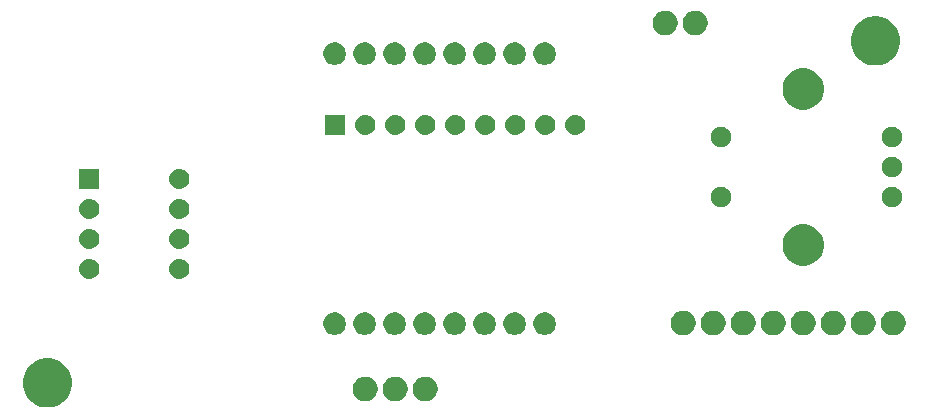
<source format=gbr>
G04 #@! TF.GenerationSoftware,KiCad,Pcbnew,5.0.2-bee76a0~70~ubuntu18.04.1*
G04 #@! TF.CreationDate,2019-09-20T23:32:28+01:00*
G04 #@! TF.ProjectId,Shock Sensor,53686f63-6b20-4536-956e-736f722e6b69,rev?*
G04 #@! TF.SameCoordinates,Original*
G04 #@! TF.FileFunction,Soldermask,Top*
G04 #@! TF.FilePolarity,Negative*
%FSLAX46Y46*%
G04 Gerber Fmt 4.6, Leading zero omitted, Abs format (unit mm)*
G04 Created by KiCad (PCBNEW 5.0.2-bee76a0~70~ubuntu18.04.1) date Fri 20 Sep 2019 23:32:28 BST*
%MOMM*%
%LPD*%
G01*
G04 APERTURE LIST*
%ADD10C,0.100000*%
G04 APERTURE END LIST*
D10*
G36*
X108303589Y-124997048D02*
X108682671Y-125154069D01*
X109019294Y-125378994D01*
X109023838Y-125382030D01*
X109313970Y-125672162D01*
X109313972Y-125672165D01*
X109541931Y-126013329D01*
X109698952Y-126392411D01*
X109779000Y-126794842D01*
X109779000Y-127205158D01*
X109698952Y-127607589D01*
X109541931Y-127986671D01*
X109418195Y-128171854D01*
X109313970Y-128327838D01*
X109023838Y-128617970D01*
X109023835Y-128617972D01*
X108682671Y-128845931D01*
X108303589Y-129002952D01*
X108102373Y-129042976D01*
X107901159Y-129083000D01*
X107490841Y-129083000D01*
X107289627Y-129042976D01*
X107088411Y-129002952D01*
X106709329Y-128845931D01*
X106368165Y-128617972D01*
X106368162Y-128617970D01*
X106078030Y-128327838D01*
X105973805Y-128171854D01*
X105850069Y-127986671D01*
X105693048Y-127607589D01*
X105613000Y-127205158D01*
X105613000Y-126794842D01*
X105693048Y-126392411D01*
X105850069Y-126013329D01*
X106078028Y-125672165D01*
X106078030Y-125672162D01*
X106368162Y-125382030D01*
X106372706Y-125378994D01*
X106709329Y-125154069D01*
X107088411Y-124997048D01*
X107490841Y-124917000D01*
X107901159Y-124917000D01*
X108303589Y-124997048D01*
X108303589Y-124997048D01*
G37*
G36*
X140003765Y-126506620D02*
X140193289Y-126585123D01*
X140363855Y-126699092D01*
X140508908Y-126844145D01*
X140622877Y-127014711D01*
X140701380Y-127204235D01*
X140741400Y-127405430D01*
X140741400Y-127610570D01*
X140701380Y-127811765D01*
X140622877Y-128001289D01*
X140508908Y-128171855D01*
X140363855Y-128316908D01*
X140193289Y-128430877D01*
X140003765Y-128509380D01*
X139802570Y-128549400D01*
X139597430Y-128549400D01*
X139396235Y-128509380D01*
X139206711Y-128430877D01*
X139036145Y-128316908D01*
X138891092Y-128171855D01*
X138777123Y-128001289D01*
X138698620Y-127811765D01*
X138658600Y-127610570D01*
X138658600Y-127405430D01*
X138698620Y-127204235D01*
X138777123Y-127014711D01*
X138891092Y-126844145D01*
X139036145Y-126699092D01*
X139206711Y-126585123D01*
X139396235Y-126506620D01*
X139597430Y-126466600D01*
X139802570Y-126466600D01*
X140003765Y-126506620D01*
X140003765Y-126506620D01*
G37*
G36*
X137463765Y-126506620D02*
X137653289Y-126585123D01*
X137823855Y-126699092D01*
X137968908Y-126844145D01*
X138082877Y-127014711D01*
X138161380Y-127204235D01*
X138201400Y-127405430D01*
X138201400Y-127610570D01*
X138161380Y-127811765D01*
X138082877Y-128001289D01*
X137968908Y-128171855D01*
X137823855Y-128316908D01*
X137653289Y-128430877D01*
X137463765Y-128509380D01*
X137262570Y-128549400D01*
X137057430Y-128549400D01*
X136856235Y-128509380D01*
X136666711Y-128430877D01*
X136496145Y-128316908D01*
X136351092Y-128171855D01*
X136237123Y-128001289D01*
X136158620Y-127811765D01*
X136118600Y-127610570D01*
X136118600Y-127405430D01*
X136158620Y-127204235D01*
X136237123Y-127014711D01*
X136351092Y-126844145D01*
X136496145Y-126699092D01*
X136666711Y-126585123D01*
X136856235Y-126506620D01*
X137057430Y-126466600D01*
X137262570Y-126466600D01*
X137463765Y-126506620D01*
X137463765Y-126506620D01*
G37*
G36*
X134923765Y-126506620D02*
X135113289Y-126585123D01*
X135283855Y-126699092D01*
X135428908Y-126844145D01*
X135542877Y-127014711D01*
X135621380Y-127204235D01*
X135661400Y-127405430D01*
X135661400Y-127610570D01*
X135621380Y-127811765D01*
X135542877Y-128001289D01*
X135428908Y-128171855D01*
X135283855Y-128316908D01*
X135113289Y-128430877D01*
X134923765Y-128509380D01*
X134722570Y-128549400D01*
X134517430Y-128549400D01*
X134316235Y-128509380D01*
X134126711Y-128430877D01*
X133956145Y-128316908D01*
X133811092Y-128171855D01*
X133697123Y-128001289D01*
X133618620Y-127811765D01*
X133578600Y-127610570D01*
X133578600Y-127405430D01*
X133618620Y-127204235D01*
X133697123Y-127014711D01*
X133811092Y-126844145D01*
X133956145Y-126699092D01*
X134126711Y-126585123D01*
X134316235Y-126506620D01*
X134517430Y-126466600D01*
X134722570Y-126466600D01*
X134923765Y-126506620D01*
X134923765Y-126506620D01*
G37*
G36*
X172007765Y-120918620D02*
X172197289Y-120997123D01*
X172367855Y-121111092D01*
X172512908Y-121256145D01*
X172626877Y-121426711D01*
X172705380Y-121616235D01*
X172745400Y-121817430D01*
X172745400Y-122022570D01*
X172705380Y-122223765D01*
X172626877Y-122413289D01*
X172512908Y-122583855D01*
X172367855Y-122728908D01*
X172197289Y-122842877D01*
X172007765Y-122921380D01*
X171806570Y-122961400D01*
X171601430Y-122961400D01*
X171400235Y-122921380D01*
X171210711Y-122842877D01*
X171040145Y-122728908D01*
X170895092Y-122583855D01*
X170781123Y-122413289D01*
X170702620Y-122223765D01*
X170662600Y-122022570D01*
X170662600Y-121817430D01*
X170702620Y-121616235D01*
X170781123Y-121426711D01*
X170895092Y-121256145D01*
X171040145Y-121111092D01*
X171210711Y-120997123D01*
X171400235Y-120918620D01*
X171601430Y-120878600D01*
X171806570Y-120878600D01*
X172007765Y-120918620D01*
X172007765Y-120918620D01*
G37*
G36*
X179627765Y-120918620D02*
X179817289Y-120997123D01*
X179987855Y-121111092D01*
X180132908Y-121256145D01*
X180246877Y-121426711D01*
X180325380Y-121616235D01*
X180365400Y-121817430D01*
X180365400Y-122022570D01*
X180325380Y-122223765D01*
X180246877Y-122413289D01*
X180132908Y-122583855D01*
X179987855Y-122728908D01*
X179817289Y-122842877D01*
X179627765Y-122921380D01*
X179426570Y-122961400D01*
X179221430Y-122961400D01*
X179020235Y-122921380D01*
X178830711Y-122842877D01*
X178660145Y-122728908D01*
X178515092Y-122583855D01*
X178401123Y-122413289D01*
X178322620Y-122223765D01*
X178282600Y-122022570D01*
X178282600Y-121817430D01*
X178322620Y-121616235D01*
X178401123Y-121426711D01*
X178515092Y-121256145D01*
X178660145Y-121111092D01*
X178830711Y-120997123D01*
X179020235Y-120918620D01*
X179221430Y-120878600D01*
X179426570Y-120878600D01*
X179627765Y-120918620D01*
X179627765Y-120918620D01*
G37*
G36*
X177087765Y-120918620D02*
X177277289Y-120997123D01*
X177447855Y-121111092D01*
X177592908Y-121256145D01*
X177706877Y-121426711D01*
X177785380Y-121616235D01*
X177825400Y-121817430D01*
X177825400Y-122022570D01*
X177785380Y-122223765D01*
X177706877Y-122413289D01*
X177592908Y-122583855D01*
X177447855Y-122728908D01*
X177277289Y-122842877D01*
X177087765Y-122921380D01*
X176886570Y-122961400D01*
X176681430Y-122961400D01*
X176480235Y-122921380D01*
X176290711Y-122842877D01*
X176120145Y-122728908D01*
X175975092Y-122583855D01*
X175861123Y-122413289D01*
X175782620Y-122223765D01*
X175742600Y-122022570D01*
X175742600Y-121817430D01*
X175782620Y-121616235D01*
X175861123Y-121426711D01*
X175975092Y-121256145D01*
X176120145Y-121111092D01*
X176290711Y-120997123D01*
X176480235Y-120918620D01*
X176681430Y-120878600D01*
X176886570Y-120878600D01*
X177087765Y-120918620D01*
X177087765Y-120918620D01*
G37*
G36*
X174547765Y-120918620D02*
X174737289Y-120997123D01*
X174907855Y-121111092D01*
X175052908Y-121256145D01*
X175166877Y-121426711D01*
X175245380Y-121616235D01*
X175285400Y-121817430D01*
X175285400Y-122022570D01*
X175245380Y-122223765D01*
X175166877Y-122413289D01*
X175052908Y-122583855D01*
X174907855Y-122728908D01*
X174737289Y-122842877D01*
X174547765Y-122921380D01*
X174346570Y-122961400D01*
X174141430Y-122961400D01*
X173940235Y-122921380D01*
X173750711Y-122842877D01*
X173580145Y-122728908D01*
X173435092Y-122583855D01*
X173321123Y-122413289D01*
X173242620Y-122223765D01*
X173202600Y-122022570D01*
X173202600Y-121817430D01*
X173242620Y-121616235D01*
X173321123Y-121426711D01*
X173435092Y-121256145D01*
X173580145Y-121111092D01*
X173750711Y-120997123D01*
X173940235Y-120918620D01*
X174141430Y-120878600D01*
X174346570Y-120878600D01*
X174547765Y-120918620D01*
X174547765Y-120918620D01*
G37*
G36*
X169467765Y-120918620D02*
X169657289Y-120997123D01*
X169827855Y-121111092D01*
X169972908Y-121256145D01*
X170086877Y-121426711D01*
X170165380Y-121616235D01*
X170205400Y-121817430D01*
X170205400Y-122022570D01*
X170165380Y-122223765D01*
X170086877Y-122413289D01*
X169972908Y-122583855D01*
X169827855Y-122728908D01*
X169657289Y-122842877D01*
X169467765Y-122921380D01*
X169266570Y-122961400D01*
X169061430Y-122961400D01*
X168860235Y-122921380D01*
X168670711Y-122842877D01*
X168500145Y-122728908D01*
X168355092Y-122583855D01*
X168241123Y-122413289D01*
X168162620Y-122223765D01*
X168122600Y-122022570D01*
X168122600Y-121817430D01*
X168162620Y-121616235D01*
X168241123Y-121426711D01*
X168355092Y-121256145D01*
X168500145Y-121111092D01*
X168670711Y-120997123D01*
X168860235Y-120918620D01*
X169061430Y-120878600D01*
X169266570Y-120878600D01*
X169467765Y-120918620D01*
X169467765Y-120918620D01*
G37*
G36*
X166927765Y-120918620D02*
X167117289Y-120997123D01*
X167287855Y-121111092D01*
X167432908Y-121256145D01*
X167546877Y-121426711D01*
X167625380Y-121616235D01*
X167665400Y-121817430D01*
X167665400Y-122022570D01*
X167625380Y-122223765D01*
X167546877Y-122413289D01*
X167432908Y-122583855D01*
X167287855Y-122728908D01*
X167117289Y-122842877D01*
X166927765Y-122921380D01*
X166726570Y-122961400D01*
X166521430Y-122961400D01*
X166320235Y-122921380D01*
X166130711Y-122842877D01*
X165960145Y-122728908D01*
X165815092Y-122583855D01*
X165701123Y-122413289D01*
X165622620Y-122223765D01*
X165582600Y-122022570D01*
X165582600Y-121817430D01*
X165622620Y-121616235D01*
X165701123Y-121426711D01*
X165815092Y-121256145D01*
X165960145Y-121111092D01*
X166130711Y-120997123D01*
X166320235Y-120918620D01*
X166521430Y-120878600D01*
X166726570Y-120878600D01*
X166927765Y-120918620D01*
X166927765Y-120918620D01*
G37*
G36*
X164387765Y-120918620D02*
X164577289Y-120997123D01*
X164747855Y-121111092D01*
X164892908Y-121256145D01*
X165006877Y-121426711D01*
X165085380Y-121616235D01*
X165125400Y-121817430D01*
X165125400Y-122022570D01*
X165085380Y-122223765D01*
X165006877Y-122413289D01*
X164892908Y-122583855D01*
X164747855Y-122728908D01*
X164577289Y-122842877D01*
X164387765Y-122921380D01*
X164186570Y-122961400D01*
X163981430Y-122961400D01*
X163780235Y-122921380D01*
X163590711Y-122842877D01*
X163420145Y-122728908D01*
X163275092Y-122583855D01*
X163161123Y-122413289D01*
X163082620Y-122223765D01*
X163042600Y-122022570D01*
X163042600Y-121817430D01*
X163082620Y-121616235D01*
X163161123Y-121426711D01*
X163275092Y-121256145D01*
X163420145Y-121111092D01*
X163590711Y-120997123D01*
X163780235Y-120918620D01*
X163981430Y-120878600D01*
X164186570Y-120878600D01*
X164387765Y-120918620D01*
X164387765Y-120918620D01*
G37*
G36*
X161847765Y-120918620D02*
X162037289Y-120997123D01*
X162207855Y-121111092D01*
X162352908Y-121256145D01*
X162466877Y-121426711D01*
X162545380Y-121616235D01*
X162585400Y-121817430D01*
X162585400Y-122022570D01*
X162545380Y-122223765D01*
X162466877Y-122413289D01*
X162352908Y-122583855D01*
X162207855Y-122728908D01*
X162037289Y-122842877D01*
X161847765Y-122921380D01*
X161646570Y-122961400D01*
X161441430Y-122961400D01*
X161240235Y-122921380D01*
X161050711Y-122842877D01*
X160880145Y-122728908D01*
X160735092Y-122583855D01*
X160621123Y-122413289D01*
X160542620Y-122223765D01*
X160502600Y-122022570D01*
X160502600Y-121817430D01*
X160542620Y-121616235D01*
X160621123Y-121426711D01*
X160735092Y-121256145D01*
X160880145Y-121111092D01*
X161050711Y-120997123D01*
X161240235Y-120918620D01*
X161441430Y-120878600D01*
X161646570Y-120878600D01*
X161847765Y-120918620D01*
X161847765Y-120918620D01*
G37*
G36*
X134840397Y-121070571D02*
X135013467Y-121142259D01*
X135169231Y-121246337D01*
X135301689Y-121378795D01*
X135405767Y-121534559D01*
X135477455Y-121707629D01*
X135514001Y-121891358D01*
X135514001Y-122078692D01*
X135477455Y-122262421D01*
X135405767Y-122435491D01*
X135301689Y-122591255D01*
X135169231Y-122723713D01*
X135013467Y-122827791D01*
X134840397Y-122899479D01*
X134656668Y-122936025D01*
X134469334Y-122936025D01*
X134285605Y-122899479D01*
X134112535Y-122827791D01*
X133956771Y-122723713D01*
X133824313Y-122591255D01*
X133720235Y-122435491D01*
X133648547Y-122262421D01*
X133612001Y-122078692D01*
X133612001Y-121891358D01*
X133648547Y-121707629D01*
X133720235Y-121534559D01*
X133824313Y-121378795D01*
X133956771Y-121246337D01*
X134112535Y-121142259D01*
X134285605Y-121070571D01*
X134469334Y-121034025D01*
X134656668Y-121034025D01*
X134840397Y-121070571D01*
X134840397Y-121070571D01*
G37*
G36*
X132300397Y-121070571D02*
X132473467Y-121142259D01*
X132629231Y-121246337D01*
X132761689Y-121378795D01*
X132865767Y-121534559D01*
X132937455Y-121707629D01*
X132974001Y-121891358D01*
X132974001Y-122078692D01*
X132937455Y-122262421D01*
X132865767Y-122435491D01*
X132761689Y-122591255D01*
X132629231Y-122723713D01*
X132473467Y-122827791D01*
X132300397Y-122899479D01*
X132116668Y-122936025D01*
X131929334Y-122936025D01*
X131745605Y-122899479D01*
X131572535Y-122827791D01*
X131416771Y-122723713D01*
X131284313Y-122591255D01*
X131180235Y-122435491D01*
X131108547Y-122262421D01*
X131072001Y-122078692D01*
X131072001Y-121891358D01*
X131108547Y-121707629D01*
X131180235Y-121534559D01*
X131284313Y-121378795D01*
X131416771Y-121246337D01*
X131572535Y-121142259D01*
X131745605Y-121070571D01*
X131929334Y-121034025D01*
X132116668Y-121034025D01*
X132300397Y-121070571D01*
X132300397Y-121070571D01*
G37*
G36*
X150080397Y-121070571D02*
X150253467Y-121142259D01*
X150409231Y-121246337D01*
X150541689Y-121378795D01*
X150645767Y-121534559D01*
X150717455Y-121707629D01*
X150754001Y-121891358D01*
X150754001Y-122078692D01*
X150717455Y-122262421D01*
X150645767Y-122435491D01*
X150541689Y-122591255D01*
X150409231Y-122723713D01*
X150253467Y-122827791D01*
X150080397Y-122899479D01*
X149896668Y-122936025D01*
X149709334Y-122936025D01*
X149525605Y-122899479D01*
X149352535Y-122827791D01*
X149196771Y-122723713D01*
X149064313Y-122591255D01*
X148960235Y-122435491D01*
X148888547Y-122262421D01*
X148852001Y-122078692D01*
X148852001Y-121891358D01*
X148888547Y-121707629D01*
X148960235Y-121534559D01*
X149064313Y-121378795D01*
X149196771Y-121246337D01*
X149352535Y-121142259D01*
X149525605Y-121070571D01*
X149709334Y-121034025D01*
X149896668Y-121034025D01*
X150080397Y-121070571D01*
X150080397Y-121070571D01*
G37*
G36*
X147540397Y-121070571D02*
X147713467Y-121142259D01*
X147869231Y-121246337D01*
X148001689Y-121378795D01*
X148105767Y-121534559D01*
X148177455Y-121707629D01*
X148214001Y-121891358D01*
X148214001Y-122078692D01*
X148177455Y-122262421D01*
X148105767Y-122435491D01*
X148001689Y-122591255D01*
X147869231Y-122723713D01*
X147713467Y-122827791D01*
X147540397Y-122899479D01*
X147356668Y-122936025D01*
X147169334Y-122936025D01*
X146985605Y-122899479D01*
X146812535Y-122827791D01*
X146656771Y-122723713D01*
X146524313Y-122591255D01*
X146420235Y-122435491D01*
X146348547Y-122262421D01*
X146312001Y-122078692D01*
X146312001Y-121891358D01*
X146348547Y-121707629D01*
X146420235Y-121534559D01*
X146524313Y-121378795D01*
X146656771Y-121246337D01*
X146812535Y-121142259D01*
X146985605Y-121070571D01*
X147169334Y-121034025D01*
X147356668Y-121034025D01*
X147540397Y-121070571D01*
X147540397Y-121070571D01*
G37*
G36*
X145000397Y-121070571D02*
X145173467Y-121142259D01*
X145329231Y-121246337D01*
X145461689Y-121378795D01*
X145565767Y-121534559D01*
X145637455Y-121707629D01*
X145674001Y-121891358D01*
X145674001Y-122078692D01*
X145637455Y-122262421D01*
X145565767Y-122435491D01*
X145461689Y-122591255D01*
X145329231Y-122723713D01*
X145173467Y-122827791D01*
X145000397Y-122899479D01*
X144816668Y-122936025D01*
X144629334Y-122936025D01*
X144445605Y-122899479D01*
X144272535Y-122827791D01*
X144116771Y-122723713D01*
X143984313Y-122591255D01*
X143880235Y-122435491D01*
X143808547Y-122262421D01*
X143772001Y-122078692D01*
X143772001Y-121891358D01*
X143808547Y-121707629D01*
X143880235Y-121534559D01*
X143984313Y-121378795D01*
X144116771Y-121246337D01*
X144272535Y-121142259D01*
X144445605Y-121070571D01*
X144629334Y-121034025D01*
X144816668Y-121034025D01*
X145000397Y-121070571D01*
X145000397Y-121070571D01*
G37*
G36*
X137380397Y-121070571D02*
X137553467Y-121142259D01*
X137709231Y-121246337D01*
X137841689Y-121378795D01*
X137945767Y-121534559D01*
X138017455Y-121707629D01*
X138054001Y-121891358D01*
X138054001Y-122078692D01*
X138017455Y-122262421D01*
X137945767Y-122435491D01*
X137841689Y-122591255D01*
X137709231Y-122723713D01*
X137553467Y-122827791D01*
X137380397Y-122899479D01*
X137196668Y-122936025D01*
X137009334Y-122936025D01*
X136825605Y-122899479D01*
X136652535Y-122827791D01*
X136496771Y-122723713D01*
X136364313Y-122591255D01*
X136260235Y-122435491D01*
X136188547Y-122262421D01*
X136152001Y-122078692D01*
X136152001Y-121891358D01*
X136188547Y-121707629D01*
X136260235Y-121534559D01*
X136364313Y-121378795D01*
X136496771Y-121246337D01*
X136652535Y-121142259D01*
X136825605Y-121070571D01*
X137009334Y-121034025D01*
X137196668Y-121034025D01*
X137380397Y-121070571D01*
X137380397Y-121070571D01*
G37*
G36*
X142460397Y-121070571D02*
X142633467Y-121142259D01*
X142789231Y-121246337D01*
X142921689Y-121378795D01*
X143025767Y-121534559D01*
X143097455Y-121707629D01*
X143134001Y-121891358D01*
X143134001Y-122078692D01*
X143097455Y-122262421D01*
X143025767Y-122435491D01*
X142921689Y-122591255D01*
X142789231Y-122723713D01*
X142633467Y-122827791D01*
X142460397Y-122899479D01*
X142276668Y-122936025D01*
X142089334Y-122936025D01*
X141905605Y-122899479D01*
X141732535Y-122827791D01*
X141576771Y-122723713D01*
X141444313Y-122591255D01*
X141340235Y-122435491D01*
X141268547Y-122262421D01*
X141232001Y-122078692D01*
X141232001Y-121891358D01*
X141268547Y-121707629D01*
X141340235Y-121534559D01*
X141444313Y-121378795D01*
X141576771Y-121246337D01*
X141732535Y-121142259D01*
X141905605Y-121070571D01*
X142089334Y-121034025D01*
X142276668Y-121034025D01*
X142460397Y-121070571D01*
X142460397Y-121070571D01*
G37*
G36*
X139920397Y-121070571D02*
X140093467Y-121142259D01*
X140249231Y-121246337D01*
X140381689Y-121378795D01*
X140485767Y-121534559D01*
X140557455Y-121707629D01*
X140594001Y-121891358D01*
X140594001Y-122078692D01*
X140557455Y-122262421D01*
X140485767Y-122435491D01*
X140381689Y-122591255D01*
X140249231Y-122723713D01*
X140093467Y-122827791D01*
X139920397Y-122899479D01*
X139736668Y-122936025D01*
X139549334Y-122936025D01*
X139365605Y-122899479D01*
X139192535Y-122827791D01*
X139036771Y-122723713D01*
X138904313Y-122591255D01*
X138800235Y-122435491D01*
X138728547Y-122262421D01*
X138692001Y-122078692D01*
X138692001Y-121891358D01*
X138728547Y-121707629D01*
X138800235Y-121534559D01*
X138904313Y-121378795D01*
X139036771Y-121246337D01*
X139192535Y-121142259D01*
X139365605Y-121070571D01*
X139549334Y-121034025D01*
X139736668Y-121034025D01*
X139920397Y-121070571D01*
X139920397Y-121070571D01*
G37*
G36*
X119038821Y-116509313D02*
X119038824Y-116509314D01*
X119038825Y-116509314D01*
X119199239Y-116557975D01*
X119199241Y-116557976D01*
X119199244Y-116557977D01*
X119347078Y-116636995D01*
X119476659Y-116743341D01*
X119583005Y-116872922D01*
X119662023Y-117020756D01*
X119662024Y-117020759D01*
X119662025Y-117020761D01*
X119710686Y-117181175D01*
X119710687Y-117181179D01*
X119727117Y-117348000D01*
X119710687Y-117514821D01*
X119662023Y-117675244D01*
X119583005Y-117823078D01*
X119476659Y-117952659D01*
X119347078Y-118059005D01*
X119199244Y-118138023D01*
X119199241Y-118138024D01*
X119199239Y-118138025D01*
X119038825Y-118186686D01*
X119038824Y-118186686D01*
X119038821Y-118186687D01*
X118913804Y-118199000D01*
X118830196Y-118199000D01*
X118705179Y-118186687D01*
X118705176Y-118186686D01*
X118705175Y-118186686D01*
X118544761Y-118138025D01*
X118544759Y-118138024D01*
X118544756Y-118138023D01*
X118396922Y-118059005D01*
X118267341Y-117952659D01*
X118160995Y-117823078D01*
X118081977Y-117675244D01*
X118033313Y-117514821D01*
X118016883Y-117348000D01*
X118033313Y-117181179D01*
X118033314Y-117181175D01*
X118081975Y-117020761D01*
X118081976Y-117020759D01*
X118081977Y-117020756D01*
X118160995Y-116872922D01*
X118267341Y-116743341D01*
X118396922Y-116636995D01*
X118544756Y-116557977D01*
X118544759Y-116557976D01*
X118544761Y-116557975D01*
X118705175Y-116509314D01*
X118705176Y-116509314D01*
X118705179Y-116509313D01*
X118830196Y-116497000D01*
X118913804Y-116497000D01*
X119038821Y-116509313D01*
X119038821Y-116509313D01*
G37*
G36*
X111418821Y-116509313D02*
X111418824Y-116509314D01*
X111418825Y-116509314D01*
X111579239Y-116557975D01*
X111579241Y-116557976D01*
X111579244Y-116557977D01*
X111727078Y-116636995D01*
X111856659Y-116743341D01*
X111963005Y-116872922D01*
X112042023Y-117020756D01*
X112042024Y-117020759D01*
X112042025Y-117020761D01*
X112090686Y-117181175D01*
X112090687Y-117181179D01*
X112107117Y-117348000D01*
X112090687Y-117514821D01*
X112042023Y-117675244D01*
X111963005Y-117823078D01*
X111856659Y-117952659D01*
X111727078Y-118059005D01*
X111579244Y-118138023D01*
X111579241Y-118138024D01*
X111579239Y-118138025D01*
X111418825Y-118186686D01*
X111418824Y-118186686D01*
X111418821Y-118186687D01*
X111293804Y-118199000D01*
X111210196Y-118199000D01*
X111085179Y-118186687D01*
X111085176Y-118186686D01*
X111085175Y-118186686D01*
X110924761Y-118138025D01*
X110924759Y-118138024D01*
X110924756Y-118138023D01*
X110776922Y-118059005D01*
X110647341Y-117952659D01*
X110540995Y-117823078D01*
X110461977Y-117675244D01*
X110413313Y-117514821D01*
X110396883Y-117348000D01*
X110413313Y-117181179D01*
X110413314Y-117181175D01*
X110461975Y-117020761D01*
X110461976Y-117020759D01*
X110461977Y-117020756D01*
X110540995Y-116872922D01*
X110647341Y-116743341D01*
X110776922Y-116636995D01*
X110924756Y-116557977D01*
X110924759Y-116557976D01*
X110924761Y-116557975D01*
X111085175Y-116509314D01*
X111085176Y-116509314D01*
X111085179Y-116509313D01*
X111210196Y-116497000D01*
X111293804Y-116497000D01*
X111418821Y-116509313D01*
X111418821Y-116509313D01*
G37*
G36*
X172215214Y-113630751D02*
X172534166Y-113762865D01*
X172821220Y-113954669D01*
X173065331Y-114198780D01*
X173257135Y-114485834D01*
X173389249Y-114804786D01*
X173456600Y-115143383D01*
X173456600Y-115488617D01*
X173389249Y-115827214D01*
X173257135Y-116146166D01*
X173065331Y-116433220D01*
X172821220Y-116677331D01*
X172534166Y-116869135D01*
X172215214Y-117001249D01*
X171876617Y-117068600D01*
X171531383Y-117068600D01*
X171192786Y-117001249D01*
X170873834Y-116869135D01*
X170586780Y-116677331D01*
X170342669Y-116433220D01*
X170150865Y-116146166D01*
X170018751Y-115827214D01*
X169951400Y-115488617D01*
X169951400Y-115143383D01*
X170018751Y-114804786D01*
X170150865Y-114485834D01*
X170342669Y-114198780D01*
X170586780Y-113954669D01*
X170873834Y-113762865D01*
X171192786Y-113630751D01*
X171531383Y-113563400D01*
X171876617Y-113563400D01*
X172215214Y-113630751D01*
X172215214Y-113630751D01*
G37*
G36*
X111418821Y-113969313D02*
X111418824Y-113969314D01*
X111418825Y-113969314D01*
X111579239Y-114017975D01*
X111579241Y-114017976D01*
X111579244Y-114017977D01*
X111727078Y-114096995D01*
X111856659Y-114203341D01*
X111963005Y-114332922D01*
X112042023Y-114480756D01*
X112042024Y-114480759D01*
X112042025Y-114480761D01*
X112090686Y-114641175D01*
X112090687Y-114641179D01*
X112107117Y-114808000D01*
X112090687Y-114974821D01*
X112042023Y-115135244D01*
X111963005Y-115283078D01*
X111856659Y-115412659D01*
X111727078Y-115519005D01*
X111579244Y-115598023D01*
X111579241Y-115598024D01*
X111579239Y-115598025D01*
X111418825Y-115646686D01*
X111418824Y-115646686D01*
X111418821Y-115646687D01*
X111293804Y-115659000D01*
X111210196Y-115659000D01*
X111085179Y-115646687D01*
X111085176Y-115646686D01*
X111085175Y-115646686D01*
X110924761Y-115598025D01*
X110924759Y-115598024D01*
X110924756Y-115598023D01*
X110776922Y-115519005D01*
X110647341Y-115412659D01*
X110540995Y-115283078D01*
X110461977Y-115135244D01*
X110413313Y-114974821D01*
X110396883Y-114808000D01*
X110413313Y-114641179D01*
X110413314Y-114641175D01*
X110461975Y-114480761D01*
X110461976Y-114480759D01*
X110461977Y-114480756D01*
X110540995Y-114332922D01*
X110647341Y-114203341D01*
X110776922Y-114096995D01*
X110924756Y-114017977D01*
X110924759Y-114017976D01*
X110924761Y-114017975D01*
X111085175Y-113969314D01*
X111085176Y-113969314D01*
X111085179Y-113969313D01*
X111210196Y-113957000D01*
X111293804Y-113957000D01*
X111418821Y-113969313D01*
X111418821Y-113969313D01*
G37*
G36*
X119038821Y-113969313D02*
X119038824Y-113969314D01*
X119038825Y-113969314D01*
X119199239Y-114017975D01*
X119199241Y-114017976D01*
X119199244Y-114017977D01*
X119347078Y-114096995D01*
X119476659Y-114203341D01*
X119583005Y-114332922D01*
X119662023Y-114480756D01*
X119662024Y-114480759D01*
X119662025Y-114480761D01*
X119710686Y-114641175D01*
X119710687Y-114641179D01*
X119727117Y-114808000D01*
X119710687Y-114974821D01*
X119662023Y-115135244D01*
X119583005Y-115283078D01*
X119476659Y-115412659D01*
X119347078Y-115519005D01*
X119199244Y-115598023D01*
X119199241Y-115598024D01*
X119199239Y-115598025D01*
X119038825Y-115646686D01*
X119038824Y-115646686D01*
X119038821Y-115646687D01*
X118913804Y-115659000D01*
X118830196Y-115659000D01*
X118705179Y-115646687D01*
X118705176Y-115646686D01*
X118705175Y-115646686D01*
X118544761Y-115598025D01*
X118544759Y-115598024D01*
X118544756Y-115598023D01*
X118396922Y-115519005D01*
X118267341Y-115412659D01*
X118160995Y-115283078D01*
X118081977Y-115135244D01*
X118033313Y-114974821D01*
X118016883Y-114808000D01*
X118033313Y-114641179D01*
X118033314Y-114641175D01*
X118081975Y-114480761D01*
X118081976Y-114480759D01*
X118081977Y-114480756D01*
X118160995Y-114332922D01*
X118267341Y-114203341D01*
X118396922Y-114096995D01*
X118544756Y-114017977D01*
X118544759Y-114017976D01*
X118544761Y-114017975D01*
X118705175Y-113969314D01*
X118705176Y-113969314D01*
X118705179Y-113969313D01*
X118830196Y-113957000D01*
X118913804Y-113957000D01*
X119038821Y-113969313D01*
X119038821Y-113969313D01*
G37*
G36*
X119038821Y-111429313D02*
X119038824Y-111429314D01*
X119038825Y-111429314D01*
X119199239Y-111477975D01*
X119199241Y-111477976D01*
X119199244Y-111477977D01*
X119347078Y-111556995D01*
X119476659Y-111663341D01*
X119583005Y-111792922D01*
X119662023Y-111940756D01*
X119662024Y-111940759D01*
X119662025Y-111940761D01*
X119710686Y-112101175D01*
X119710687Y-112101179D01*
X119727117Y-112268000D01*
X119710687Y-112434821D01*
X119662023Y-112595244D01*
X119583005Y-112743078D01*
X119476659Y-112872659D01*
X119347078Y-112979005D01*
X119199244Y-113058023D01*
X119199241Y-113058024D01*
X119199239Y-113058025D01*
X119038825Y-113106686D01*
X119038824Y-113106686D01*
X119038821Y-113106687D01*
X118913804Y-113119000D01*
X118830196Y-113119000D01*
X118705179Y-113106687D01*
X118705176Y-113106686D01*
X118705175Y-113106686D01*
X118544761Y-113058025D01*
X118544759Y-113058024D01*
X118544756Y-113058023D01*
X118396922Y-112979005D01*
X118267341Y-112872659D01*
X118160995Y-112743078D01*
X118081977Y-112595244D01*
X118033313Y-112434821D01*
X118016883Y-112268000D01*
X118033313Y-112101179D01*
X118033314Y-112101175D01*
X118081975Y-111940761D01*
X118081976Y-111940759D01*
X118081977Y-111940756D01*
X118160995Y-111792922D01*
X118267341Y-111663341D01*
X118396922Y-111556995D01*
X118544756Y-111477977D01*
X118544759Y-111477976D01*
X118544761Y-111477975D01*
X118705175Y-111429314D01*
X118705176Y-111429314D01*
X118705179Y-111429313D01*
X118830196Y-111417000D01*
X118913804Y-111417000D01*
X119038821Y-111429313D01*
X119038821Y-111429313D01*
G37*
G36*
X111418821Y-111429313D02*
X111418824Y-111429314D01*
X111418825Y-111429314D01*
X111579239Y-111477975D01*
X111579241Y-111477976D01*
X111579244Y-111477977D01*
X111727078Y-111556995D01*
X111856659Y-111663341D01*
X111963005Y-111792922D01*
X112042023Y-111940756D01*
X112042024Y-111940759D01*
X112042025Y-111940761D01*
X112090686Y-112101175D01*
X112090687Y-112101179D01*
X112107117Y-112268000D01*
X112090687Y-112434821D01*
X112042023Y-112595244D01*
X111963005Y-112743078D01*
X111856659Y-112872659D01*
X111727078Y-112979005D01*
X111579244Y-113058023D01*
X111579241Y-113058024D01*
X111579239Y-113058025D01*
X111418825Y-113106686D01*
X111418824Y-113106686D01*
X111418821Y-113106687D01*
X111293804Y-113119000D01*
X111210196Y-113119000D01*
X111085179Y-113106687D01*
X111085176Y-113106686D01*
X111085175Y-113106686D01*
X110924761Y-113058025D01*
X110924759Y-113058024D01*
X110924756Y-113058023D01*
X110776922Y-112979005D01*
X110647341Y-112872659D01*
X110540995Y-112743078D01*
X110461977Y-112595244D01*
X110413313Y-112434821D01*
X110396883Y-112268000D01*
X110413313Y-112101179D01*
X110413314Y-112101175D01*
X110461975Y-111940761D01*
X110461976Y-111940759D01*
X110461977Y-111940756D01*
X110540995Y-111792922D01*
X110647341Y-111663341D01*
X110776922Y-111556995D01*
X110924756Y-111477977D01*
X110924759Y-111477976D01*
X110924761Y-111477975D01*
X111085175Y-111429314D01*
X111085176Y-111429314D01*
X111085179Y-111429313D01*
X111210196Y-111417000D01*
X111293804Y-111417000D01*
X111418821Y-111429313D01*
X111418821Y-111429313D01*
G37*
G36*
X164970903Y-110421587D02*
X165128068Y-110486687D01*
X165269513Y-110581198D01*
X165389802Y-110701487D01*
X165484313Y-110842932D01*
X165549413Y-111000097D01*
X165582600Y-111166943D01*
X165582600Y-111337057D01*
X165549413Y-111503903D01*
X165484313Y-111661068D01*
X165389802Y-111802513D01*
X165269513Y-111922802D01*
X165128068Y-112017313D01*
X164970903Y-112082413D01*
X164804057Y-112115600D01*
X164633943Y-112115600D01*
X164467097Y-112082413D01*
X164309932Y-112017313D01*
X164168487Y-111922802D01*
X164048198Y-111802513D01*
X163953687Y-111661068D01*
X163888587Y-111503903D01*
X163855400Y-111337057D01*
X163855400Y-111166943D01*
X163888587Y-111000097D01*
X163953687Y-110842932D01*
X164048198Y-110701487D01*
X164168487Y-110581198D01*
X164309932Y-110486687D01*
X164467097Y-110421587D01*
X164633943Y-110388400D01*
X164804057Y-110388400D01*
X164970903Y-110421587D01*
X164970903Y-110421587D01*
G37*
G36*
X179448903Y-110421587D02*
X179606068Y-110486687D01*
X179747513Y-110581198D01*
X179867802Y-110701487D01*
X179962313Y-110842932D01*
X180027413Y-111000097D01*
X180060600Y-111166943D01*
X180060600Y-111337057D01*
X180027413Y-111503903D01*
X179962313Y-111661068D01*
X179867802Y-111802513D01*
X179747513Y-111922802D01*
X179606068Y-112017313D01*
X179448903Y-112082413D01*
X179282057Y-112115600D01*
X179111943Y-112115600D01*
X178945097Y-112082413D01*
X178787932Y-112017313D01*
X178646487Y-111922802D01*
X178526198Y-111802513D01*
X178431687Y-111661068D01*
X178366587Y-111503903D01*
X178333400Y-111337057D01*
X178333400Y-111166943D01*
X178366587Y-111000097D01*
X178431687Y-110842932D01*
X178526198Y-110701487D01*
X178646487Y-110581198D01*
X178787932Y-110486687D01*
X178945097Y-110421587D01*
X179111943Y-110388400D01*
X179282057Y-110388400D01*
X179448903Y-110421587D01*
X179448903Y-110421587D01*
G37*
G36*
X112103000Y-110579000D02*
X110401000Y-110579000D01*
X110401000Y-108877000D01*
X112103000Y-108877000D01*
X112103000Y-110579000D01*
X112103000Y-110579000D01*
G37*
G36*
X119038821Y-108889313D02*
X119038824Y-108889314D01*
X119038825Y-108889314D01*
X119199239Y-108937975D01*
X119199241Y-108937976D01*
X119199244Y-108937977D01*
X119347078Y-109016995D01*
X119476659Y-109123341D01*
X119583005Y-109252922D01*
X119662023Y-109400756D01*
X119662024Y-109400759D01*
X119662025Y-109400761D01*
X119710686Y-109561175D01*
X119710687Y-109561179D01*
X119727117Y-109728000D01*
X119710687Y-109894821D01*
X119662023Y-110055244D01*
X119583005Y-110203078D01*
X119476659Y-110332659D01*
X119347078Y-110439005D01*
X119199244Y-110518023D01*
X119199241Y-110518024D01*
X119199239Y-110518025D01*
X119038825Y-110566686D01*
X119038824Y-110566686D01*
X119038821Y-110566687D01*
X118913804Y-110579000D01*
X118830196Y-110579000D01*
X118705179Y-110566687D01*
X118705176Y-110566686D01*
X118705175Y-110566686D01*
X118544761Y-110518025D01*
X118544759Y-110518024D01*
X118544756Y-110518023D01*
X118396922Y-110439005D01*
X118267341Y-110332659D01*
X118160995Y-110203078D01*
X118081977Y-110055244D01*
X118033313Y-109894821D01*
X118016883Y-109728000D01*
X118033313Y-109561179D01*
X118033314Y-109561175D01*
X118081975Y-109400761D01*
X118081976Y-109400759D01*
X118081977Y-109400756D01*
X118160995Y-109252922D01*
X118267341Y-109123341D01*
X118396922Y-109016995D01*
X118544756Y-108937977D01*
X118544759Y-108937976D01*
X118544761Y-108937975D01*
X118705175Y-108889314D01*
X118705176Y-108889314D01*
X118705179Y-108889313D01*
X118830196Y-108877000D01*
X118913804Y-108877000D01*
X119038821Y-108889313D01*
X119038821Y-108889313D01*
G37*
G36*
X179448903Y-107881587D02*
X179606068Y-107946687D01*
X179747513Y-108041198D01*
X179867802Y-108161487D01*
X179962313Y-108302932D01*
X180027413Y-108460097D01*
X180060600Y-108626943D01*
X180060600Y-108797057D01*
X180027413Y-108963903D01*
X179962313Y-109121068D01*
X179867802Y-109262513D01*
X179747513Y-109382802D01*
X179606068Y-109477313D01*
X179448903Y-109542413D01*
X179282057Y-109575600D01*
X179111943Y-109575600D01*
X178945097Y-109542413D01*
X178787932Y-109477313D01*
X178646487Y-109382802D01*
X178526198Y-109262513D01*
X178431687Y-109121068D01*
X178366587Y-108963903D01*
X178333400Y-108797057D01*
X178333400Y-108626943D01*
X178366587Y-108460097D01*
X178431687Y-108302932D01*
X178526198Y-108161487D01*
X178646487Y-108041198D01*
X178787932Y-107946687D01*
X178945097Y-107881587D01*
X179111943Y-107848400D01*
X179282057Y-107848400D01*
X179448903Y-107881587D01*
X179448903Y-107881587D01*
G37*
G36*
X179448903Y-105341587D02*
X179606068Y-105406687D01*
X179747513Y-105501198D01*
X179867802Y-105621487D01*
X179962313Y-105762932D01*
X180027413Y-105920097D01*
X180060600Y-106086943D01*
X180060600Y-106257057D01*
X180027413Y-106423903D01*
X179962313Y-106581068D01*
X179867802Y-106722513D01*
X179747513Y-106842802D01*
X179606068Y-106937313D01*
X179448903Y-107002413D01*
X179282057Y-107035600D01*
X179111943Y-107035600D01*
X178945097Y-107002413D01*
X178787932Y-106937313D01*
X178646487Y-106842802D01*
X178526198Y-106722513D01*
X178431687Y-106581068D01*
X178366587Y-106423903D01*
X178333400Y-106257057D01*
X178333400Y-106086943D01*
X178366587Y-105920097D01*
X178431687Y-105762932D01*
X178526198Y-105621487D01*
X178646487Y-105501198D01*
X178787932Y-105406687D01*
X178945097Y-105341587D01*
X179111943Y-105308400D01*
X179282057Y-105308400D01*
X179448903Y-105341587D01*
X179448903Y-105341587D01*
G37*
G36*
X164970903Y-105341587D02*
X165128068Y-105406687D01*
X165269513Y-105501198D01*
X165389802Y-105621487D01*
X165484313Y-105762932D01*
X165549413Y-105920097D01*
X165582600Y-106086943D01*
X165582600Y-106257057D01*
X165549413Y-106423903D01*
X165484313Y-106581068D01*
X165389802Y-106722513D01*
X165269513Y-106842802D01*
X165128068Y-106937313D01*
X164970903Y-107002413D01*
X164804057Y-107035600D01*
X164633943Y-107035600D01*
X164467097Y-107002413D01*
X164309932Y-106937313D01*
X164168487Y-106842802D01*
X164048198Y-106722513D01*
X163953687Y-106581068D01*
X163888587Y-106423903D01*
X163855400Y-106257057D01*
X163855400Y-106086943D01*
X163888587Y-105920097D01*
X163953687Y-105762932D01*
X164048198Y-105621487D01*
X164168487Y-105501198D01*
X164309932Y-105406687D01*
X164467097Y-105341587D01*
X164633943Y-105308400D01*
X164804057Y-105308400D01*
X164970903Y-105341587D01*
X164970903Y-105341587D01*
G37*
G36*
X150026821Y-104317313D02*
X150026824Y-104317314D01*
X150026825Y-104317314D01*
X150187239Y-104365975D01*
X150187241Y-104365976D01*
X150187244Y-104365977D01*
X150335078Y-104444995D01*
X150464659Y-104551341D01*
X150571005Y-104680922D01*
X150650023Y-104828756D01*
X150698687Y-104989179D01*
X150715117Y-105156000D01*
X150698687Y-105322821D01*
X150698686Y-105322824D01*
X150698686Y-105322825D01*
X150673247Y-105406687D01*
X150650023Y-105483244D01*
X150571005Y-105631078D01*
X150464659Y-105760659D01*
X150335078Y-105867005D01*
X150187244Y-105946023D01*
X150187241Y-105946024D01*
X150187239Y-105946025D01*
X150026825Y-105994686D01*
X150026824Y-105994686D01*
X150026821Y-105994687D01*
X149901804Y-106007000D01*
X149818196Y-106007000D01*
X149693179Y-105994687D01*
X149693176Y-105994686D01*
X149693175Y-105994686D01*
X149532761Y-105946025D01*
X149532759Y-105946024D01*
X149532756Y-105946023D01*
X149384922Y-105867005D01*
X149255341Y-105760659D01*
X149148995Y-105631078D01*
X149069977Y-105483244D01*
X149046754Y-105406687D01*
X149021314Y-105322825D01*
X149021314Y-105322824D01*
X149021313Y-105322821D01*
X149004883Y-105156000D01*
X149021313Y-104989179D01*
X149069977Y-104828756D01*
X149148995Y-104680922D01*
X149255341Y-104551341D01*
X149384922Y-104444995D01*
X149532756Y-104365977D01*
X149532759Y-104365976D01*
X149532761Y-104365975D01*
X149693175Y-104317314D01*
X149693176Y-104317314D01*
X149693179Y-104317313D01*
X149818196Y-104305000D01*
X149901804Y-104305000D01*
X150026821Y-104317313D01*
X150026821Y-104317313D01*
G37*
G36*
X152566821Y-104317313D02*
X152566824Y-104317314D01*
X152566825Y-104317314D01*
X152727239Y-104365975D01*
X152727241Y-104365976D01*
X152727244Y-104365977D01*
X152875078Y-104444995D01*
X153004659Y-104551341D01*
X153111005Y-104680922D01*
X153190023Y-104828756D01*
X153238687Y-104989179D01*
X153255117Y-105156000D01*
X153238687Y-105322821D01*
X153238686Y-105322824D01*
X153238686Y-105322825D01*
X153213247Y-105406687D01*
X153190023Y-105483244D01*
X153111005Y-105631078D01*
X153004659Y-105760659D01*
X152875078Y-105867005D01*
X152727244Y-105946023D01*
X152727241Y-105946024D01*
X152727239Y-105946025D01*
X152566825Y-105994686D01*
X152566824Y-105994686D01*
X152566821Y-105994687D01*
X152441804Y-106007000D01*
X152358196Y-106007000D01*
X152233179Y-105994687D01*
X152233176Y-105994686D01*
X152233175Y-105994686D01*
X152072761Y-105946025D01*
X152072759Y-105946024D01*
X152072756Y-105946023D01*
X151924922Y-105867005D01*
X151795341Y-105760659D01*
X151688995Y-105631078D01*
X151609977Y-105483244D01*
X151586754Y-105406687D01*
X151561314Y-105322825D01*
X151561314Y-105322824D01*
X151561313Y-105322821D01*
X151544883Y-105156000D01*
X151561313Y-104989179D01*
X151609977Y-104828756D01*
X151688995Y-104680922D01*
X151795341Y-104551341D01*
X151924922Y-104444995D01*
X152072756Y-104365977D01*
X152072759Y-104365976D01*
X152072761Y-104365975D01*
X152233175Y-104317314D01*
X152233176Y-104317314D01*
X152233179Y-104317313D01*
X152358196Y-104305000D01*
X152441804Y-104305000D01*
X152566821Y-104317313D01*
X152566821Y-104317313D01*
G37*
G36*
X147486821Y-104317313D02*
X147486824Y-104317314D01*
X147486825Y-104317314D01*
X147647239Y-104365975D01*
X147647241Y-104365976D01*
X147647244Y-104365977D01*
X147795078Y-104444995D01*
X147924659Y-104551341D01*
X148031005Y-104680922D01*
X148110023Y-104828756D01*
X148158687Y-104989179D01*
X148175117Y-105156000D01*
X148158687Y-105322821D01*
X148158686Y-105322824D01*
X148158686Y-105322825D01*
X148133247Y-105406687D01*
X148110023Y-105483244D01*
X148031005Y-105631078D01*
X147924659Y-105760659D01*
X147795078Y-105867005D01*
X147647244Y-105946023D01*
X147647241Y-105946024D01*
X147647239Y-105946025D01*
X147486825Y-105994686D01*
X147486824Y-105994686D01*
X147486821Y-105994687D01*
X147361804Y-106007000D01*
X147278196Y-106007000D01*
X147153179Y-105994687D01*
X147153176Y-105994686D01*
X147153175Y-105994686D01*
X146992761Y-105946025D01*
X146992759Y-105946024D01*
X146992756Y-105946023D01*
X146844922Y-105867005D01*
X146715341Y-105760659D01*
X146608995Y-105631078D01*
X146529977Y-105483244D01*
X146506754Y-105406687D01*
X146481314Y-105322825D01*
X146481314Y-105322824D01*
X146481313Y-105322821D01*
X146464883Y-105156000D01*
X146481313Y-104989179D01*
X146529977Y-104828756D01*
X146608995Y-104680922D01*
X146715341Y-104551341D01*
X146844922Y-104444995D01*
X146992756Y-104365977D01*
X146992759Y-104365976D01*
X146992761Y-104365975D01*
X147153175Y-104317314D01*
X147153176Y-104317314D01*
X147153179Y-104317313D01*
X147278196Y-104305000D01*
X147361804Y-104305000D01*
X147486821Y-104317313D01*
X147486821Y-104317313D01*
G37*
G36*
X144946821Y-104317313D02*
X144946824Y-104317314D01*
X144946825Y-104317314D01*
X145107239Y-104365975D01*
X145107241Y-104365976D01*
X145107244Y-104365977D01*
X145255078Y-104444995D01*
X145384659Y-104551341D01*
X145491005Y-104680922D01*
X145570023Y-104828756D01*
X145618687Y-104989179D01*
X145635117Y-105156000D01*
X145618687Y-105322821D01*
X145618686Y-105322824D01*
X145618686Y-105322825D01*
X145593247Y-105406687D01*
X145570023Y-105483244D01*
X145491005Y-105631078D01*
X145384659Y-105760659D01*
X145255078Y-105867005D01*
X145107244Y-105946023D01*
X145107241Y-105946024D01*
X145107239Y-105946025D01*
X144946825Y-105994686D01*
X144946824Y-105994686D01*
X144946821Y-105994687D01*
X144821804Y-106007000D01*
X144738196Y-106007000D01*
X144613179Y-105994687D01*
X144613176Y-105994686D01*
X144613175Y-105994686D01*
X144452761Y-105946025D01*
X144452759Y-105946024D01*
X144452756Y-105946023D01*
X144304922Y-105867005D01*
X144175341Y-105760659D01*
X144068995Y-105631078D01*
X143989977Y-105483244D01*
X143966754Y-105406687D01*
X143941314Y-105322825D01*
X143941314Y-105322824D01*
X143941313Y-105322821D01*
X143924883Y-105156000D01*
X143941313Y-104989179D01*
X143989977Y-104828756D01*
X144068995Y-104680922D01*
X144175341Y-104551341D01*
X144304922Y-104444995D01*
X144452756Y-104365977D01*
X144452759Y-104365976D01*
X144452761Y-104365975D01*
X144613175Y-104317314D01*
X144613176Y-104317314D01*
X144613179Y-104317313D01*
X144738196Y-104305000D01*
X144821804Y-104305000D01*
X144946821Y-104317313D01*
X144946821Y-104317313D01*
G37*
G36*
X139866821Y-104317313D02*
X139866824Y-104317314D01*
X139866825Y-104317314D01*
X140027239Y-104365975D01*
X140027241Y-104365976D01*
X140027244Y-104365977D01*
X140175078Y-104444995D01*
X140304659Y-104551341D01*
X140411005Y-104680922D01*
X140490023Y-104828756D01*
X140538687Y-104989179D01*
X140555117Y-105156000D01*
X140538687Y-105322821D01*
X140538686Y-105322824D01*
X140538686Y-105322825D01*
X140513247Y-105406687D01*
X140490023Y-105483244D01*
X140411005Y-105631078D01*
X140304659Y-105760659D01*
X140175078Y-105867005D01*
X140027244Y-105946023D01*
X140027241Y-105946024D01*
X140027239Y-105946025D01*
X139866825Y-105994686D01*
X139866824Y-105994686D01*
X139866821Y-105994687D01*
X139741804Y-106007000D01*
X139658196Y-106007000D01*
X139533179Y-105994687D01*
X139533176Y-105994686D01*
X139533175Y-105994686D01*
X139372761Y-105946025D01*
X139372759Y-105946024D01*
X139372756Y-105946023D01*
X139224922Y-105867005D01*
X139095341Y-105760659D01*
X138988995Y-105631078D01*
X138909977Y-105483244D01*
X138886754Y-105406687D01*
X138861314Y-105322825D01*
X138861314Y-105322824D01*
X138861313Y-105322821D01*
X138844883Y-105156000D01*
X138861313Y-104989179D01*
X138909977Y-104828756D01*
X138988995Y-104680922D01*
X139095341Y-104551341D01*
X139224922Y-104444995D01*
X139372756Y-104365977D01*
X139372759Y-104365976D01*
X139372761Y-104365975D01*
X139533175Y-104317314D01*
X139533176Y-104317314D01*
X139533179Y-104317313D01*
X139658196Y-104305000D01*
X139741804Y-104305000D01*
X139866821Y-104317313D01*
X139866821Y-104317313D01*
G37*
G36*
X137326821Y-104317313D02*
X137326824Y-104317314D01*
X137326825Y-104317314D01*
X137487239Y-104365975D01*
X137487241Y-104365976D01*
X137487244Y-104365977D01*
X137635078Y-104444995D01*
X137764659Y-104551341D01*
X137871005Y-104680922D01*
X137950023Y-104828756D01*
X137998687Y-104989179D01*
X138015117Y-105156000D01*
X137998687Y-105322821D01*
X137998686Y-105322824D01*
X137998686Y-105322825D01*
X137973247Y-105406687D01*
X137950023Y-105483244D01*
X137871005Y-105631078D01*
X137764659Y-105760659D01*
X137635078Y-105867005D01*
X137487244Y-105946023D01*
X137487241Y-105946024D01*
X137487239Y-105946025D01*
X137326825Y-105994686D01*
X137326824Y-105994686D01*
X137326821Y-105994687D01*
X137201804Y-106007000D01*
X137118196Y-106007000D01*
X136993179Y-105994687D01*
X136993176Y-105994686D01*
X136993175Y-105994686D01*
X136832761Y-105946025D01*
X136832759Y-105946024D01*
X136832756Y-105946023D01*
X136684922Y-105867005D01*
X136555341Y-105760659D01*
X136448995Y-105631078D01*
X136369977Y-105483244D01*
X136346754Y-105406687D01*
X136321314Y-105322825D01*
X136321314Y-105322824D01*
X136321313Y-105322821D01*
X136304883Y-105156000D01*
X136321313Y-104989179D01*
X136369977Y-104828756D01*
X136448995Y-104680922D01*
X136555341Y-104551341D01*
X136684922Y-104444995D01*
X136832756Y-104365977D01*
X136832759Y-104365976D01*
X136832761Y-104365975D01*
X136993175Y-104317314D01*
X136993176Y-104317314D01*
X136993179Y-104317313D01*
X137118196Y-104305000D01*
X137201804Y-104305000D01*
X137326821Y-104317313D01*
X137326821Y-104317313D01*
G37*
G36*
X134786821Y-104317313D02*
X134786824Y-104317314D01*
X134786825Y-104317314D01*
X134947239Y-104365975D01*
X134947241Y-104365976D01*
X134947244Y-104365977D01*
X135095078Y-104444995D01*
X135224659Y-104551341D01*
X135331005Y-104680922D01*
X135410023Y-104828756D01*
X135458687Y-104989179D01*
X135475117Y-105156000D01*
X135458687Y-105322821D01*
X135458686Y-105322824D01*
X135458686Y-105322825D01*
X135433247Y-105406687D01*
X135410023Y-105483244D01*
X135331005Y-105631078D01*
X135224659Y-105760659D01*
X135095078Y-105867005D01*
X134947244Y-105946023D01*
X134947241Y-105946024D01*
X134947239Y-105946025D01*
X134786825Y-105994686D01*
X134786824Y-105994686D01*
X134786821Y-105994687D01*
X134661804Y-106007000D01*
X134578196Y-106007000D01*
X134453179Y-105994687D01*
X134453176Y-105994686D01*
X134453175Y-105994686D01*
X134292761Y-105946025D01*
X134292759Y-105946024D01*
X134292756Y-105946023D01*
X134144922Y-105867005D01*
X134015341Y-105760659D01*
X133908995Y-105631078D01*
X133829977Y-105483244D01*
X133806754Y-105406687D01*
X133781314Y-105322825D01*
X133781314Y-105322824D01*
X133781313Y-105322821D01*
X133764883Y-105156000D01*
X133781313Y-104989179D01*
X133829977Y-104828756D01*
X133908995Y-104680922D01*
X134015341Y-104551341D01*
X134144922Y-104444995D01*
X134292756Y-104365977D01*
X134292759Y-104365976D01*
X134292761Y-104365975D01*
X134453175Y-104317314D01*
X134453176Y-104317314D01*
X134453179Y-104317313D01*
X134578196Y-104305000D01*
X134661804Y-104305000D01*
X134786821Y-104317313D01*
X134786821Y-104317313D01*
G37*
G36*
X132931000Y-106007000D02*
X131229000Y-106007000D01*
X131229000Y-104305000D01*
X132931000Y-104305000D01*
X132931000Y-106007000D01*
X132931000Y-106007000D01*
G37*
G36*
X142406821Y-104317313D02*
X142406824Y-104317314D01*
X142406825Y-104317314D01*
X142567239Y-104365975D01*
X142567241Y-104365976D01*
X142567244Y-104365977D01*
X142715078Y-104444995D01*
X142844659Y-104551341D01*
X142951005Y-104680922D01*
X143030023Y-104828756D01*
X143078687Y-104989179D01*
X143095117Y-105156000D01*
X143078687Y-105322821D01*
X143078686Y-105322824D01*
X143078686Y-105322825D01*
X143053247Y-105406687D01*
X143030023Y-105483244D01*
X142951005Y-105631078D01*
X142844659Y-105760659D01*
X142715078Y-105867005D01*
X142567244Y-105946023D01*
X142567241Y-105946024D01*
X142567239Y-105946025D01*
X142406825Y-105994686D01*
X142406824Y-105994686D01*
X142406821Y-105994687D01*
X142281804Y-106007000D01*
X142198196Y-106007000D01*
X142073179Y-105994687D01*
X142073176Y-105994686D01*
X142073175Y-105994686D01*
X141912761Y-105946025D01*
X141912759Y-105946024D01*
X141912756Y-105946023D01*
X141764922Y-105867005D01*
X141635341Y-105760659D01*
X141528995Y-105631078D01*
X141449977Y-105483244D01*
X141426754Y-105406687D01*
X141401314Y-105322825D01*
X141401314Y-105322824D01*
X141401313Y-105322821D01*
X141384883Y-105156000D01*
X141401313Y-104989179D01*
X141449977Y-104828756D01*
X141528995Y-104680922D01*
X141635341Y-104551341D01*
X141764922Y-104444995D01*
X141912756Y-104365977D01*
X141912759Y-104365976D01*
X141912761Y-104365975D01*
X142073175Y-104317314D01*
X142073176Y-104317314D01*
X142073179Y-104317313D01*
X142198196Y-104305000D01*
X142281804Y-104305000D01*
X142406821Y-104317313D01*
X142406821Y-104317313D01*
G37*
G36*
X172215214Y-100422751D02*
X172534166Y-100554865D01*
X172821220Y-100746669D01*
X173065331Y-100990780D01*
X173257135Y-101277834D01*
X173389249Y-101596786D01*
X173456600Y-101935383D01*
X173456600Y-102280617D01*
X173389249Y-102619214D01*
X173257135Y-102938166D01*
X173065331Y-103225220D01*
X172821220Y-103469331D01*
X172534166Y-103661135D01*
X172215214Y-103793249D01*
X171876617Y-103860600D01*
X171531383Y-103860600D01*
X171192786Y-103793249D01*
X170873834Y-103661135D01*
X170586780Y-103469331D01*
X170342669Y-103225220D01*
X170150865Y-102938166D01*
X170018751Y-102619214D01*
X169951400Y-102280617D01*
X169951400Y-101935383D01*
X170018751Y-101596786D01*
X170150865Y-101277834D01*
X170342669Y-100990780D01*
X170586780Y-100746669D01*
X170873834Y-100554865D01*
X171192786Y-100422751D01*
X171531383Y-100355400D01*
X171876617Y-100355400D01*
X172215214Y-100422751D01*
X172215214Y-100422751D01*
G37*
G36*
X178206373Y-96001024D02*
X178407589Y-96041048D01*
X178786671Y-96198069D01*
X178813858Y-96216235D01*
X179127838Y-96426030D01*
X179417970Y-96716162D01*
X179417972Y-96716165D01*
X179645931Y-97057329D01*
X179802952Y-97436411D01*
X179883000Y-97838842D01*
X179883000Y-98249158D01*
X179802952Y-98651589D01*
X179645931Y-99030671D01*
X179520300Y-99218690D01*
X179417970Y-99371838D01*
X179127838Y-99661970D01*
X179127835Y-99661972D01*
X178786671Y-99889931D01*
X178407589Y-100046952D01*
X178261428Y-100076025D01*
X178005159Y-100127000D01*
X177594841Y-100127000D01*
X177338572Y-100076025D01*
X177192411Y-100046952D01*
X176813329Y-99889931D01*
X176472165Y-99661972D01*
X176472162Y-99661970D01*
X176182030Y-99371838D01*
X176079700Y-99218690D01*
X175954069Y-99030671D01*
X175797048Y-98651589D01*
X175717000Y-98249158D01*
X175717000Y-97838842D01*
X175797048Y-97436411D01*
X175954069Y-97057329D01*
X176182028Y-96716165D01*
X176182030Y-96716162D01*
X176472162Y-96426030D01*
X176786142Y-96216235D01*
X176813329Y-96198069D01*
X177192411Y-96041048D01*
X177393627Y-96001024D01*
X177594841Y-95961000D01*
X178005159Y-95961000D01*
X178206373Y-96001024D01*
X178206373Y-96001024D01*
G37*
G36*
X142460397Y-98210571D02*
X142633467Y-98282259D01*
X142789231Y-98386337D01*
X142921689Y-98518795D01*
X143025767Y-98674559D01*
X143097455Y-98847629D01*
X143134001Y-99031358D01*
X143134001Y-99218692D01*
X143097455Y-99402421D01*
X143025767Y-99575491D01*
X142921689Y-99731255D01*
X142789231Y-99863713D01*
X142633467Y-99967791D01*
X142460397Y-100039479D01*
X142276668Y-100076025D01*
X142089334Y-100076025D01*
X141905605Y-100039479D01*
X141732535Y-99967791D01*
X141576771Y-99863713D01*
X141444313Y-99731255D01*
X141340235Y-99575491D01*
X141268547Y-99402421D01*
X141232001Y-99218692D01*
X141232001Y-99031358D01*
X141268547Y-98847629D01*
X141340235Y-98674559D01*
X141444313Y-98518795D01*
X141576771Y-98386337D01*
X141732535Y-98282259D01*
X141905605Y-98210571D01*
X142089334Y-98174025D01*
X142276668Y-98174025D01*
X142460397Y-98210571D01*
X142460397Y-98210571D01*
G37*
G36*
X150080397Y-98210571D02*
X150253467Y-98282259D01*
X150409231Y-98386337D01*
X150541689Y-98518795D01*
X150645767Y-98674559D01*
X150717455Y-98847629D01*
X150754001Y-99031358D01*
X150754001Y-99218692D01*
X150717455Y-99402421D01*
X150645767Y-99575491D01*
X150541689Y-99731255D01*
X150409231Y-99863713D01*
X150253467Y-99967791D01*
X150080397Y-100039479D01*
X149896668Y-100076025D01*
X149709334Y-100076025D01*
X149525605Y-100039479D01*
X149352535Y-99967791D01*
X149196771Y-99863713D01*
X149064313Y-99731255D01*
X148960235Y-99575491D01*
X148888547Y-99402421D01*
X148852001Y-99218692D01*
X148852001Y-99031358D01*
X148888547Y-98847629D01*
X148960235Y-98674559D01*
X149064313Y-98518795D01*
X149196771Y-98386337D01*
X149352535Y-98282259D01*
X149525605Y-98210571D01*
X149709334Y-98174025D01*
X149896668Y-98174025D01*
X150080397Y-98210571D01*
X150080397Y-98210571D01*
G37*
G36*
X147540397Y-98210571D02*
X147713467Y-98282259D01*
X147869231Y-98386337D01*
X148001689Y-98518795D01*
X148105767Y-98674559D01*
X148177455Y-98847629D01*
X148214001Y-99031358D01*
X148214001Y-99218692D01*
X148177455Y-99402421D01*
X148105767Y-99575491D01*
X148001689Y-99731255D01*
X147869231Y-99863713D01*
X147713467Y-99967791D01*
X147540397Y-100039479D01*
X147356668Y-100076025D01*
X147169334Y-100076025D01*
X146985605Y-100039479D01*
X146812535Y-99967791D01*
X146656771Y-99863713D01*
X146524313Y-99731255D01*
X146420235Y-99575491D01*
X146348547Y-99402421D01*
X146312001Y-99218692D01*
X146312001Y-99031358D01*
X146348547Y-98847629D01*
X146420235Y-98674559D01*
X146524313Y-98518795D01*
X146656771Y-98386337D01*
X146812535Y-98282259D01*
X146985605Y-98210571D01*
X147169334Y-98174025D01*
X147356668Y-98174025D01*
X147540397Y-98210571D01*
X147540397Y-98210571D01*
G37*
G36*
X132300397Y-98210571D02*
X132473467Y-98282259D01*
X132629231Y-98386337D01*
X132761689Y-98518795D01*
X132865767Y-98674559D01*
X132937455Y-98847629D01*
X132974001Y-99031358D01*
X132974001Y-99218692D01*
X132937455Y-99402421D01*
X132865767Y-99575491D01*
X132761689Y-99731255D01*
X132629231Y-99863713D01*
X132473467Y-99967791D01*
X132300397Y-100039479D01*
X132116668Y-100076025D01*
X131929334Y-100076025D01*
X131745605Y-100039479D01*
X131572535Y-99967791D01*
X131416771Y-99863713D01*
X131284313Y-99731255D01*
X131180235Y-99575491D01*
X131108547Y-99402421D01*
X131072001Y-99218692D01*
X131072001Y-99031358D01*
X131108547Y-98847629D01*
X131180235Y-98674559D01*
X131284313Y-98518795D01*
X131416771Y-98386337D01*
X131572535Y-98282259D01*
X131745605Y-98210571D01*
X131929334Y-98174025D01*
X132116668Y-98174025D01*
X132300397Y-98210571D01*
X132300397Y-98210571D01*
G37*
G36*
X134840397Y-98210571D02*
X135013467Y-98282259D01*
X135169231Y-98386337D01*
X135301689Y-98518795D01*
X135405767Y-98674559D01*
X135477455Y-98847629D01*
X135514001Y-99031358D01*
X135514001Y-99218692D01*
X135477455Y-99402421D01*
X135405767Y-99575491D01*
X135301689Y-99731255D01*
X135169231Y-99863713D01*
X135013467Y-99967791D01*
X134840397Y-100039479D01*
X134656668Y-100076025D01*
X134469334Y-100076025D01*
X134285605Y-100039479D01*
X134112535Y-99967791D01*
X133956771Y-99863713D01*
X133824313Y-99731255D01*
X133720235Y-99575491D01*
X133648547Y-99402421D01*
X133612001Y-99218692D01*
X133612001Y-99031358D01*
X133648547Y-98847629D01*
X133720235Y-98674559D01*
X133824313Y-98518795D01*
X133956771Y-98386337D01*
X134112535Y-98282259D01*
X134285605Y-98210571D01*
X134469334Y-98174025D01*
X134656668Y-98174025D01*
X134840397Y-98210571D01*
X134840397Y-98210571D01*
G37*
G36*
X137380397Y-98210571D02*
X137553467Y-98282259D01*
X137709231Y-98386337D01*
X137841689Y-98518795D01*
X137945767Y-98674559D01*
X138017455Y-98847629D01*
X138054001Y-99031358D01*
X138054001Y-99218692D01*
X138017455Y-99402421D01*
X137945767Y-99575491D01*
X137841689Y-99731255D01*
X137709231Y-99863713D01*
X137553467Y-99967791D01*
X137380397Y-100039479D01*
X137196668Y-100076025D01*
X137009334Y-100076025D01*
X136825605Y-100039479D01*
X136652535Y-99967791D01*
X136496771Y-99863713D01*
X136364313Y-99731255D01*
X136260235Y-99575491D01*
X136188547Y-99402421D01*
X136152001Y-99218692D01*
X136152001Y-99031358D01*
X136188547Y-98847629D01*
X136260235Y-98674559D01*
X136364313Y-98518795D01*
X136496771Y-98386337D01*
X136652535Y-98282259D01*
X136825605Y-98210571D01*
X137009334Y-98174025D01*
X137196668Y-98174025D01*
X137380397Y-98210571D01*
X137380397Y-98210571D01*
G37*
G36*
X139920397Y-98210571D02*
X140093467Y-98282259D01*
X140249231Y-98386337D01*
X140381689Y-98518795D01*
X140485767Y-98674559D01*
X140557455Y-98847629D01*
X140594001Y-99031358D01*
X140594001Y-99218692D01*
X140557455Y-99402421D01*
X140485767Y-99575491D01*
X140381689Y-99731255D01*
X140249231Y-99863713D01*
X140093467Y-99967791D01*
X139920397Y-100039479D01*
X139736668Y-100076025D01*
X139549334Y-100076025D01*
X139365605Y-100039479D01*
X139192535Y-99967791D01*
X139036771Y-99863713D01*
X138904313Y-99731255D01*
X138800235Y-99575491D01*
X138728547Y-99402421D01*
X138692001Y-99218692D01*
X138692001Y-99031358D01*
X138728547Y-98847629D01*
X138800235Y-98674559D01*
X138904313Y-98518795D01*
X139036771Y-98386337D01*
X139192535Y-98282259D01*
X139365605Y-98210571D01*
X139549334Y-98174025D01*
X139736668Y-98174025D01*
X139920397Y-98210571D01*
X139920397Y-98210571D01*
G37*
G36*
X145000397Y-98210571D02*
X145173467Y-98282259D01*
X145329231Y-98386337D01*
X145461689Y-98518795D01*
X145565767Y-98674559D01*
X145637455Y-98847629D01*
X145674001Y-99031358D01*
X145674001Y-99218692D01*
X145637455Y-99402421D01*
X145565767Y-99575491D01*
X145461689Y-99731255D01*
X145329231Y-99863713D01*
X145173467Y-99967791D01*
X145000397Y-100039479D01*
X144816668Y-100076025D01*
X144629334Y-100076025D01*
X144445605Y-100039479D01*
X144272535Y-99967791D01*
X144116771Y-99863713D01*
X143984313Y-99731255D01*
X143880235Y-99575491D01*
X143808547Y-99402421D01*
X143772001Y-99218692D01*
X143772001Y-99031358D01*
X143808547Y-98847629D01*
X143880235Y-98674559D01*
X143984313Y-98518795D01*
X144116771Y-98386337D01*
X144272535Y-98282259D01*
X144445605Y-98210571D01*
X144629334Y-98174025D01*
X144816668Y-98174025D01*
X145000397Y-98210571D01*
X145000397Y-98210571D01*
G37*
G36*
X160323765Y-95518620D02*
X160513289Y-95597123D01*
X160683855Y-95711092D01*
X160828908Y-95856145D01*
X160942877Y-96026711D01*
X161021380Y-96216235D01*
X161061400Y-96417430D01*
X161061400Y-96622570D01*
X161021380Y-96823765D01*
X160942877Y-97013289D01*
X160828908Y-97183855D01*
X160683855Y-97328908D01*
X160513289Y-97442877D01*
X160323765Y-97521380D01*
X160122570Y-97561400D01*
X159917430Y-97561400D01*
X159716235Y-97521380D01*
X159526711Y-97442877D01*
X159356145Y-97328908D01*
X159211092Y-97183855D01*
X159097123Y-97013289D01*
X159018620Y-96823765D01*
X158978600Y-96622570D01*
X158978600Y-96417430D01*
X159018620Y-96216235D01*
X159097123Y-96026711D01*
X159211092Y-95856145D01*
X159356145Y-95711092D01*
X159526711Y-95597123D01*
X159716235Y-95518620D01*
X159917430Y-95478600D01*
X160122570Y-95478600D01*
X160323765Y-95518620D01*
X160323765Y-95518620D01*
G37*
G36*
X162863765Y-95518620D02*
X163053289Y-95597123D01*
X163223855Y-95711092D01*
X163368908Y-95856145D01*
X163482877Y-96026711D01*
X163561380Y-96216235D01*
X163601400Y-96417430D01*
X163601400Y-96622570D01*
X163561380Y-96823765D01*
X163482877Y-97013289D01*
X163368908Y-97183855D01*
X163223855Y-97328908D01*
X163053289Y-97442877D01*
X162863765Y-97521380D01*
X162662570Y-97561400D01*
X162457430Y-97561400D01*
X162256235Y-97521380D01*
X162066711Y-97442877D01*
X161896145Y-97328908D01*
X161751092Y-97183855D01*
X161637123Y-97013289D01*
X161558620Y-96823765D01*
X161518600Y-96622570D01*
X161518600Y-96417430D01*
X161558620Y-96216235D01*
X161637123Y-96026711D01*
X161751092Y-95856145D01*
X161896145Y-95711092D01*
X162066711Y-95597123D01*
X162256235Y-95518620D01*
X162457430Y-95478600D01*
X162662570Y-95478600D01*
X162863765Y-95518620D01*
X162863765Y-95518620D01*
G37*
M02*

</source>
